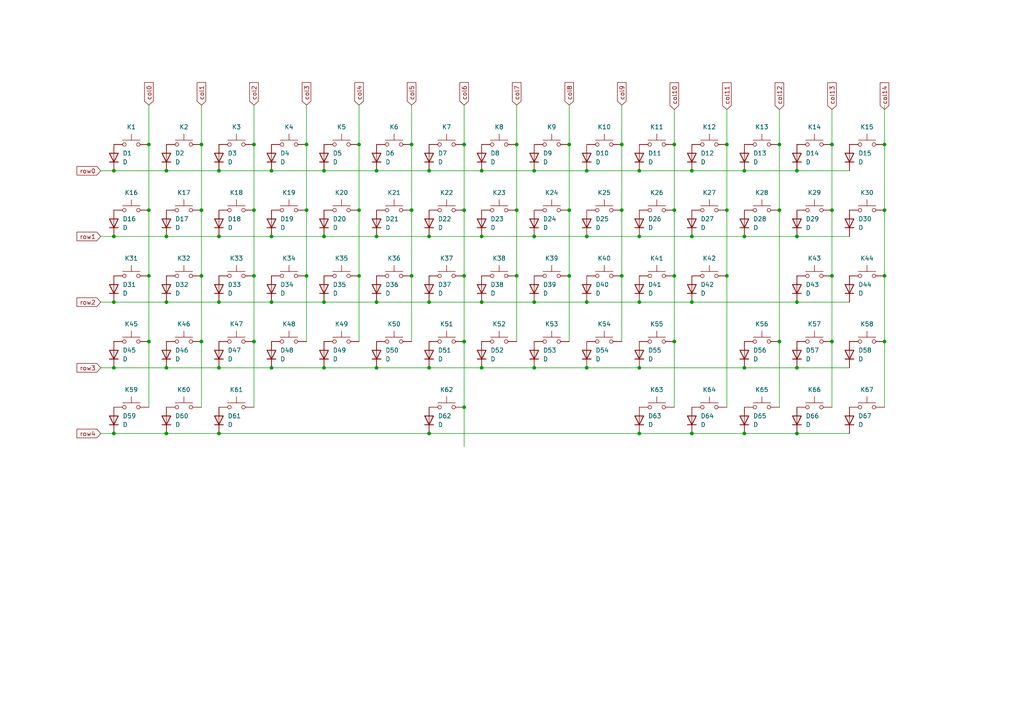
<source format=kicad_sch>
(kicad_sch (version 20250114) (generator "eeschema") (generator_version "9.0")
  (paper "A4")
  (lib_symbols
    (symbol "Device:D" (pin_numbers (hide yes)) (pin_names (offset 1.016) (hide yes))
      (property "Reference" "D" (at 0 2.54 0))
      (property "Value" "D" (at 0 -2.54 0))
      (symbol "D_0_1"
        (polyline (pts (xy -1.27 1.27) (xy -1.27 -1.27)) (stroke (width 0.254)))
        (polyline (pts (xy 1.27 1.27) (xy 1.27 -1.27) (xy -1.27 0) (xy 1.27 1.27)) (stroke (width 0.254)))
        (polyline (pts (xy 1.27 0) (xy -1.27 0)))
      )
      (symbol "D_1_1"
        (pin passive line (at -3.81 0 0) (length 2.54) (name "K") (number "1"))
        (pin passive line (at 3.81 0 180) (length 2.54) (name "A") (number "2"))
      )
    )
    (symbol "Switch:SW_Push" (pin_numbers (hide yes)) (pin_names (offset 1.016) (hide yes))
      (property "Reference" "SW" (at 1.27 2.54 0))
      (property "Value" "SW_Push" (at 0 -1.524 0))
      (symbol "SW_Push_0_1"
        (circle (center -2.032 0) (radius 0.508))
        (polyline (pts (xy 0 1.27) (xy 0 3.048)))
        (circle (center 2.032 0) (radius 0.508))
        (polyline (pts (xy 2.54 1.27) (xy -2.54 1.27)))
        (pin passive line (at -5.08 0 0) (length 2.54) (name "1") (number "1"))
        (pin passive line (at 5.08 0 180) (length 2.54) (name "2") (number "2"))
      )
    )
  )
  (junction (at 180.34 41.91))
  (junction (at 241.3 80.01))
  (junction (at 124.46 87.63))
  (junction (at 231.14 87.63))
  (junction (at 109.22 49.53))
  (junction (at 33.02 125.73))
  (junction (at 124.46 125.73))
  (junction (at 241.3 41.91))
  (junction (at 109.22 87.63))
  (junction (at 109.22 68.58))
  (junction (at 43.18 99.06))
  (junction (at 88.9 80.01))
  (junction (at 43.18 80.01))
  (junction (at 119.38 80.01))
  (junction (at 154.94 49.53))
  (junction (at 165.1 60.96))
  (junction (at 104.14 80.01))
  (junction (at 185.42 106.68))
  (junction (at 226.06 41.91))
  (junction (at 149.86 41.91))
  (junction (at 73.66 99.06))
  (junction (at 139.7 106.68))
  (junction (at 48.26 49.53))
  (junction (at 73.66 80.01))
  (junction (at 185.42 49.53))
  (junction (at 104.14 60.96))
  (junction (at 43.18 60.96))
  (junction (at 63.5 68.58))
  (junction (at 241.3 60.96))
  (junction (at 154.94 106.68))
  (junction (at 165.1 80.01))
  (junction (at 48.26 106.68))
  (junction (at 33.02 49.53))
  (junction (at 195.58 99.06))
  (junction (at 73.66 41.91))
  (junction (at 154.94 68.58))
  (junction (at 78.74 68.58))
  (junction (at 170.18 87.63))
  (junction (at 256.54 60.96))
  (junction (at 73.66 60.96))
  (junction (at 231.14 68.58))
  (junction (at 134.62 80.01))
  (junction (at 195.58 41.91))
  (junction (at 200.66 49.53))
  (junction (at 109.22 106.68))
  (junction (at 58.42 99.06))
  (junction (at 180.34 80.01))
  (junction (at 139.7 68.58))
  (junction (at 256.54 80.01))
  (junction (at 119.38 60.96))
  (junction (at 58.42 60.96))
  (junction (at 124.46 106.68))
  (junction (at 134.62 118.11))
  (junction (at 124.46 68.58))
  (junction (at 170.18 106.68))
  (junction (at 241.3 99.06))
  (junction (at 180.34 60.96))
  (junction (at 139.7 49.53))
  (junction (at 154.94 87.63))
  (junction (at 78.74 49.53))
  (junction (at 200.66 68.58))
  (junction (at 215.9 68.58))
  (junction (at 215.9 49.53))
  (junction (at 215.9 106.68))
  (junction (at 63.5 106.68))
  (junction (at 210.82 41.91))
  (junction (at 33.02 68.58))
  (junction (at 200.66 87.63))
  (junction (at 149.86 80.01))
  (junction (at 200.66 125.73))
  (junction (at 78.74 106.68))
  (junction (at 195.58 80.01))
  (junction (at 58.42 41.91))
  (junction (at 93.98 87.63))
  (junction (at 185.42 125.73))
  (junction (at 88.9 60.96))
  (junction (at 165.1 41.91))
  (junction (at 231.14 125.73))
  (junction (at 48.26 68.58))
  (junction (at 88.9 41.91))
  (junction (at 48.26 125.73))
  (junction (at 48.26 87.63))
  (junction (at 93.98 49.53))
  (junction (at 119.38 41.91))
  (junction (at 210.82 80.01))
  (junction (at 256.54 41.91))
  (junction (at 226.06 99.06))
  (junction (at 58.42 80.01))
  (junction (at 139.7 87.63))
  (junction (at 33.02 87.63))
  (junction (at 124.46 49.53))
  (junction (at 231.14 49.53))
  (junction (at 78.74 87.63))
  (junction (at 43.18 41.91))
  (junction (at 134.62 99.06))
  (junction (at 93.98 106.68))
  (junction (at 63.5 87.63))
  (junction (at 210.82 60.96))
  (junction (at 134.62 41.91))
  (junction (at 226.06 60.96))
  (junction (at 195.58 60.96))
  (junction (at 134.62 60.96))
  (junction (at 256.54 99.06))
  (junction (at 63.5 125.73))
  (junction (at 231.14 106.68))
  (junction (at 215.9 125.73))
  (junction (at 104.14 41.91))
  (junction (at 93.98 68.58))
  (junction (at 149.86 60.96))
  (junction (at 170.18 49.53))
  (junction (at 33.02 106.68))
  (junction (at 63.5 49.53))
  (junction (at 185.42 87.63))
  (junction (at 170.18 68.58))
  (junction (at 185.42 68.58))
  (wire (pts (xy 139.7 68.58) (xy 154.94 68.58)))
  (wire (pts (xy 33.02 125.73) (xy 48.26 125.73)))
  (wire (pts (xy 73.66 80.01) (xy 73.66 99.06)))
  (wire (pts (xy 256.54 60.96) (xy 256.54 80.01)))
  (wire (pts (xy 104.14 41.91) (xy 104.14 60.96)))
  (wire (pts (xy 134.62 99.06) (xy 134.62 118.11)))
  (wire (pts (xy 29.21 87.63) (xy 33.02 87.63)))
  (wire (pts (xy 200.66 49.53) (xy 215.9 49.53)))
  (wire (pts (xy 185.42 49.53) (xy 200.66 49.53)))
  (wire (pts (xy 149.86 80.01) (xy 149.86 99.06)))
  (wire (pts (xy 109.22 68.58) (xy 124.46 68.58)))
  (wire (pts (xy 134.62 80.01) (xy 134.62 99.06)))
  (wire (pts (xy 215.9 125.73) (xy 231.14 125.73)))
  (wire (pts (xy 154.94 49.53) (xy 170.18 49.53)))
  (wire (pts (xy 104.14 30.48) (xy 104.14 41.91)))
  (wire (pts (xy 43.18 41.91) (xy 43.18 60.96)))
  (wire (pts (xy 180.34 60.96) (xy 180.34 80.01)))
  (wire (pts (xy 134.62 41.91) (xy 134.62 60.96)))
  (wire (pts (xy 256.54 80.01) (xy 256.54 99.06)))
  (wire (pts (xy 241.3 31.75) (xy 241.3 41.91)))
  (wire (pts (xy 139.7 49.53) (xy 154.94 49.53)))
  (wire (pts (xy 88.9 80.01) (xy 88.9 99.06)))
  (wire (pts (xy 109.22 106.68) (xy 124.46 106.68)))
  (wire (pts (xy 210.82 80.01) (xy 210.82 118.11)))
  (wire (pts (xy 58.42 41.91) (xy 58.42 60.96)))
  (wire (pts (xy 43.18 99.06) (xy 43.18 118.11)))
  (wire (pts (xy 124.46 125.73) (xy 185.42 125.73)))
  (wire (pts (xy 154.94 106.68) (xy 170.18 106.68)))
  (wire (pts (xy 43.18 80.01) (xy 43.18 99.06)))
  (wire (pts (xy 93.98 87.63) (xy 109.22 87.63)))
  (wire (pts (xy 134.62 118.11) (xy 134.62 129.54)))
  (wire (pts (xy 200.66 87.63) (xy 231.14 87.63)))
  (wire (pts (xy 231.14 49.53) (xy 246.38 49.53)))
  (wire (pts (xy 93.98 49.53) (xy 109.22 49.53)))
  (wire (pts (xy 29.21 68.58) (xy 33.02 68.58)))
  (wire (pts (xy 104.14 60.96) (xy 104.14 80.01)))
  (wire (pts (xy 241.3 80.01) (xy 241.3 99.06)))
  (wire (pts (xy 33.02 68.58) (xy 48.26 68.58)))
  (wire (pts (xy 215.9 106.68) (xy 231.14 106.68)))
  (wire (pts (xy 33.02 87.63) (xy 48.26 87.63)))
  (wire (pts (xy 256.54 30.48) (xy 256.54 41.91)))
  (wire (pts (xy 226.06 99.06) (xy 226.06 118.11)))
  (wire (pts (xy 149.86 60.96) (xy 149.86 80.01)))
  (wire (pts (xy 231.14 68.58) (xy 246.38 68.58)))
  (wire (pts (xy 63.5 87.63) (xy 78.74 87.63)))
  (wire (pts (xy 215.9 49.53) (xy 231.14 49.53)))
  (wire (pts (xy 170.18 49.53) (xy 185.42 49.53)))
  (wire (pts (xy 210.82 31.75) (xy 210.82 41.91)))
  (wire (pts (xy 170.18 87.63) (xy 185.42 87.63)))
  (wire (pts (xy 119.38 80.01) (xy 119.38 99.06)))
  (wire (pts (xy 88.9 41.91) (xy 88.9 60.96)))
  (wire (pts (xy 170.18 68.58) (xy 185.42 68.58)))
  (wire (pts (xy 154.94 68.58) (xy 170.18 68.58)))
  (wire (pts (xy 165.1 41.91) (xy 165.1 60.96)))
  (wire (pts (xy 195.58 41.91) (xy 195.58 60.96)))
  (wire (pts (xy 63.5 106.68) (xy 78.74 106.68)))
  (wire (pts (xy 139.7 87.63) (xy 154.94 87.63)))
  (wire (pts (xy 88.9 30.48) (xy 88.9 41.91)))
  (wire (pts (xy 165.1 60.96) (xy 165.1 80.01)))
  (wire (pts (xy 210.82 60.96) (xy 210.82 80.01)))
  (wire (pts (xy 29.21 49.53) (xy 33.02 49.53)))
  (wire (pts (xy 180.34 80.01) (xy 180.34 99.06)))
  (wire (pts (xy 63.5 68.58) (xy 78.74 68.58)))
  (wire (pts (xy 256.54 99.06) (xy 256.54 118.11)))
  (wire (pts (xy 33.02 49.53) (xy 48.26 49.53)))
  (wire (pts (xy 185.42 106.68) (xy 215.9 106.68)))
  (wire (pts (xy 195.58 60.96) (xy 195.58 80.01)))
  (wire (pts (xy 231.14 87.63) (xy 246.38 87.63)))
  (wire (pts (xy 231.14 106.68) (xy 246.38 106.68)))
  (wire (pts (xy 241.3 99.06) (xy 241.3 118.11)))
  (wire (pts (xy 73.66 60.96) (xy 73.66 80.01)))
  (wire (pts (xy 124.46 87.63) (xy 139.7 87.63)))
  (wire (pts (xy 195.58 99.06) (xy 195.58 118.11)))
  (wire (pts (xy 200.66 125.73) (xy 215.9 125.73)))
  (wire (pts (xy 165.1 80.01) (xy 165.1 99.06)))
  (wire (pts (xy 226.06 31.75) (xy 226.06 41.91)))
  (wire (pts (xy 124.46 49.53) (xy 139.7 49.53)))
  (wire (pts (xy 195.58 31.75) (xy 195.58 41.91)))
  (wire (pts (xy 48.26 125.73) (xy 63.5 125.73)))
  (wire (pts (xy 58.42 60.96) (xy 58.42 80.01)))
  (wire (pts (xy 185.42 125.73) (xy 200.66 125.73)))
  (wire (pts (xy 119.38 60.96) (xy 119.38 80.01)))
  (wire (pts (xy 58.42 99.06) (xy 58.42 118.11)))
  (wire (pts (xy 165.1 30.48) (xy 165.1 41.91)))
  (wire (pts (xy 63.5 49.53) (xy 78.74 49.53)))
  (wire (pts (xy 180.34 41.91) (xy 180.34 60.96)))
  (wire (pts (xy 119.38 41.91) (xy 119.38 60.96)))
  (wire (pts (xy 154.94 87.63) (xy 170.18 87.63)))
  (wire (pts (xy 109.22 87.63) (xy 124.46 87.63)))
  (wire (pts (xy 170.18 106.68) (xy 185.42 106.68)))
  (wire (pts (xy 93.98 68.58) (xy 109.22 68.58)))
  (wire (pts (xy 226.06 41.91) (xy 226.06 60.96)))
  (wire (pts (xy 109.22 49.53) (xy 124.46 49.53)))
  (wire (pts (xy 180.34 30.48) (xy 180.34 41.91)))
  (wire (pts (xy 63.5 125.73) (xy 124.46 125.73)))
  (wire (pts (xy 48.26 87.63) (xy 63.5 87.63)))
  (wire (pts (xy 241.3 41.91) (xy 241.3 60.96)))
  (wire (pts (xy 43.18 30.48) (xy 43.18 41.91)))
  (wire (pts (xy 78.74 87.63) (xy 93.98 87.63)))
  (wire (pts (xy 215.9 68.58) (xy 231.14 68.58)))
  (wire (pts (xy 104.14 80.01) (xy 104.14 99.06)))
  (wire (pts (xy 134.62 60.96) (xy 134.62 80.01)))
  (wire (pts (xy 226.06 60.96) (xy 226.06 99.06)))
  (wire (pts (xy 93.98 106.68) (xy 109.22 106.68)))
  (wire (pts (xy 29.21 106.68) (xy 33.02 106.68)))
  (wire (pts (xy 78.74 106.68) (xy 93.98 106.68)))
  (wire (pts (xy 149.86 30.48) (xy 149.86 41.91)))
  (wire (pts (xy 48.26 106.68) (xy 63.5 106.68)))
  (wire (pts (xy 48.26 49.53) (xy 63.5 49.53)))
  (wire (pts (xy 48.26 68.58) (xy 63.5 68.58)))
  (wire (pts (xy 119.38 30.48) (xy 119.38 41.91)))
  (wire (pts (xy 149.86 41.91) (xy 149.86 60.96)))
  (wire (pts (xy 58.42 80.01) (xy 58.42 99.06)))
  (wire (pts (xy 210.82 41.91) (xy 210.82 60.96)))
  (wire (pts (xy 231.14 125.73) (xy 246.38 125.73)))
  (wire (pts (xy 78.74 49.53) (xy 93.98 49.53)))
  (wire (pts (xy 200.66 68.58) (xy 215.9 68.58)))
  (wire (pts (xy 139.7 106.68) (xy 154.94 106.68)))
  (wire (pts (xy 58.42 30.48) (xy 58.42 41.91)))
  (wire (pts (xy 88.9 60.96) (xy 88.9 80.01)))
  (wire (pts (xy 29.21 125.73) (xy 33.02 125.73)))
  (wire (pts (xy 33.02 106.68) (xy 48.26 106.68)))
  (wire (pts (xy 73.66 41.91) (xy 73.66 60.96)))
  (wire (pts (xy 73.66 99.06) (xy 73.66 118.11)))
  (wire (pts (xy 124.46 68.58) (xy 139.7 68.58)))
  (wire (pts (xy 185.42 87.63) (xy 200.66 87.63)))
  (wire (pts (xy 256.54 41.91) (xy 256.54 60.96)))
  (wire (pts (xy 195.58 80.01) (xy 195.58 99.06)))
  (wire (pts (xy 134.62 30.48) (xy 134.62 41.91)))
  (wire (pts (xy 73.66 30.48) (xy 73.66 41.91)))
  (wire (pts (xy 43.18 60.96) (xy 43.18 80.01)))
  (wire (pts (xy 241.3 60.96) (xy 241.3 80.01)))
  (wire (pts (xy 124.46 106.68) (xy 139.7 106.68)))
  (wire (pts (xy 78.74 68.58) (xy 93.98 68.58)))
  (wire (pts (xy 185.42 68.58) (xy 200.66 68.58)))
  (global_label "col2" (shape input) (at 73.66 30.48 90) (property "Intersheetrefs" "${INTERSHEET_REFS}" (effects (hide yes))))
  (global_label "col5" (shape input) (at 119.38 30.48 90) (property "Intersheetrefs" "${INTERSHEET_REFS}" (effects (hide yes))))
  (global_label "col8" (shape input) (at 165.1 30.48 90) (property "Intersheetrefs" "${INTERSHEET_REFS}" (effects (hide yes))))
  (global_label "col4" (shape input) (at 104.14 30.48 90) (property "Intersheetrefs" "${INTERSHEET_REFS}" (effects (hide yes))))
  (global_label "col10" (shape input) (at 195.58 31.75 90) (property "Intersheetrefs" "${INTERSHEET_REFS}" (effects (hide yes))))
  (global_label "row4" (shape input) (at 29.21 125.73 180) (property "Intersheetrefs" "${INTERSHEET_REFS}" (effects (hide yes))))
  (global_label "col7" (shape input) (at 149.86 30.48 90) (property "Intersheetrefs" "${INTERSHEET_REFS}" (effects (hide yes))))
  (global_label "row3" (shape input) (at 29.21 106.68 180) (property "Intersheetrefs" "${INTERSHEET_REFS}" (effects (hide yes))))
  (global_label "row1" (shape input) (at 29.21 68.58 180) (property "Intersheetrefs" "${INTERSHEET_REFS}" (effects (hide yes))))
  (global_label "col13" (shape input) (at 241.3 31.75 90) (property "Intersheetrefs" "${INTERSHEET_REFS}" (effects (hide yes))))
  (global_label "col9" (shape input) (at 180.34 30.48 90) (property "Intersheetrefs" "${INTERSHEET_REFS}" (effects (hide yes))))
  (global_label "col1" (shape input) (at 58.42 30.48 90) (property "Intersheetrefs" "${INTERSHEET_REFS}" (effects (hide yes))))
  (global_label "col6" (shape input) (at 134.62 30.48 90) (property "Intersheetrefs" "${INTERSHEET_REFS}" (effects (hide yes))))
  (global_label "row2" (shape input) (at 29.21 87.63 180) (property "Intersheetrefs" "${INTERSHEET_REFS}" (effects (hide yes))))
  (global_label "col11" (shape input) (at 210.82 31.75 90) (property "Intersheetrefs" "${INTERSHEET_REFS}" (effects (hide yes))))
  (global_label "row0" (shape input) (at 29.21 49.53 180) (property "Intersheetrefs" "${INTERSHEET_REFS}" (effects (hide yes))))
  (global_label "col3" (shape input) (at 88.9 30.48 90) (property "Intersheetrefs" "${INTERSHEET_REFS}" (effects (hide yes))))
  (global_label "col0" (shape input) (at 43.18 30.48 90) (property "Intersheetrefs" "${INTERSHEET_REFS}" (effects (hide yes))))
  (global_label "col14" (shape input) (at 256.54 31.75 90) (property "Intersheetrefs" "${INTERSHEET_REFS}" (effects (hide yes))))
  (global_label "col12" (shape input) (at 226.06 31.75 90) (property "Intersheetrefs" "${INTERSHEET_REFS}" (effects (hide yes))))
  (symbol (lib_id "Device:D") (at 200.66 45.72 90) (unit 1)
    (property "Reference" "D12" (at 203.2 44.4499 90) (effects (justify right)))
    (property "Value" "D" (at 203.2 46.9899 90) (effects (justify right)))
    (property "Description" "Diode" (effects (hide yes)))
    (property "Sim.Device" "D" (effects (hide yes)))
    (property "Sim.Pins" "1=K 2=A" (effects (hide yes)))
  )
  (symbol (lib_id "Switch:SW_Push") (at 83.82 41.91 0) (unit 1)
    (property "Reference" "K4" (at 83.82 36.83 0))
    (property "Value" "#3" (effects (hide yes)))
    (property "Description" "Push button switch, generic, two pins" (effects (hide yes)))
  )
  (symbol (lib_id "Switch:SW_Push") (at 129.54 99.06 0) (unit 1)
    (property "Reference" "K51" (at 129.54 93.98 0))
    (property "Value" "N" (effects (hide yes)))
    (property "Description" "Push button switch, generic, two pins" (effects (hide yes)))
  )
  (symbol (lib_id "Device:D") (at 48.26 102.87 90) (unit 1)
    (property "Reference" "D46" (at 50.8 101.5999 90) (effects (justify right)))
    (property "Value" "D" (at 50.8 104.1399 90) (effects (justify right)))
    (property "Description" "Diode" (effects (hide yes)))
    (property "Sim.Device" "D" (effects (hide yes)))
    (property "Sim.Pins" "1=K 2=A" (effects (hide yes)))
  )
  (symbol (lib_id "Switch:SW_Push") (at 190.5 80.01 0) (unit 1)
    (property "Reference" "K41" (at 190.5 74.93 0))
    (property "Value" ";:" (effects (hide yes)))
    (property "Description" "Push button switch, generic, two pins" (effects (hide yes)))
  )
  (symbol (lib_id "Switch:SW_Push") (at 236.22 80.01 0) (unit 1)
    (property "Reference" "K43" (at 236.22 74.93 0))
    (property "Value" "ENT" (effects (hide yes)))
    (property "Description" "Push button switch, generic, two pins" (effects (hide yes)))
  )
  (symbol (lib_id "Switch:SW_Push") (at 190.5 41.91 0) (unit 1)
    (property "Reference" "K11" (at 190.5 36.83 0))
    (property "Value" "#0" (effects (hide yes)))
    (property "Description" "Push button switch, generic, two pins" (effects (hide yes)))
  )
  (symbol (lib_id "Device:D") (at 200.66 64.77 90) (unit 1)
    (property "Reference" "D27" (at 203.2 63.4999 90) (effects (justify right)))
    (property "Value" "D" (at 203.2 66.0399 90) (effects (justify right)))
    (property "Description" "Diode" (effects (hide yes)))
    (property "Sim.Device" "D" (effects (hide yes)))
    (property "Sim.Pins" "1=K 2=A" (effects (hide yes)))
  )
  (symbol (lib_id "Device:D") (at 185.42 83.82 90) (unit 1)
    (property "Reference" "D41" (at 187.96 82.5499 90) (effects (justify right)))
    (property "Value" "D" (at 187.96 85.0899 90) (effects (justify right)))
    (property "Description" "Diode" (effects (hide yes)))
    (property "Sim.Device" "D" (effects (hide yes)))
    (property "Sim.Pins" "1=K 2=A" (effects (hide yes)))
  )
  (symbol (lib_id "Switch:SW_Push") (at 251.46 41.91 0) (unit 1)
    (property "Reference" "K15" (at 251.46 36.83 0))
    (property "Value" "PGUP" (effects (hide yes)))
    (property "Description" "Push button switch, generic, two pins" (effects (hide yes)))
  )
  (symbol (lib_id "Switch:SW_Push") (at 38.1 118.11 0) (unit 1)
    (property "Reference" "K59" (at 38.1 113.03 0))
    (property "Value" "CTRL" (effects (hide yes)))
    (property "Description" "Push button switch, generic, two pins" (effects (hide yes)))
  )
  (symbol (lib_id "Switch:SW_Push") (at 205.74 60.96 0) (unit 1)
    (property "Reference" "K27" (at 205.74 55.88 0))
    (property "Value" "[{" (effects (hide yes)))
    (property "Description" "Push button switch, generic, two pins" (effects (hide yes)))
  )
  (symbol (lib_id "Device:D") (at 246.38 64.77 90) (unit 1)
    (property "Reference" "D30" (at 248.92 63.4999 90) (effects (justify right)))
    (property "Value" "D" (at 248.92 66.0399 90) (effects (justify right)))
    (property "Description" "Diode" (effects (hide yes)))
    (property "Sim.Device" "D" (effects (hide yes)))
    (property "Sim.Pins" "1=K 2=A" (effects (hide yes)))
  )
  (symbol (lib_id "Device:D") (at 139.7 102.87 90) (unit 1)
    (property "Reference" "D52" (at 142.24 101.5999 90) (effects (justify right)))
    (property "Value" "D" (at 142.24 104.1399 90) (effects (justify right)))
    (property "Description" "Diode" (effects (hide yes)))
    (property "Sim.Device" "D" (effects (hide yes)))
    (property "Sim.Pins" "1=K 2=A" (effects (hide yes)))
  )
  (symbol (lib_id "Device:D") (at 215.9 102.87 90) (unit 1)
    (property "Reference" "D56" (at 218.44 101.5999 90) (effects (justify right)))
    (property "Value" "D" (at 218.44 104.1399 90) (effects (justify right)))
    (property "Description" "Diode" (effects (hide yes)))
    (property "Sim.Device" "D" (effects (hide yes)))
    (property "Sim.Pins" "1=K 2=A" (effects (hide yes)))
  )
  (symbol (lib_id "Device:D") (at 63.5 45.72 90) (unit 1)
    (property "Reference" "D3" (at 66.04 44.4499 90) (effects (justify right)))
    (property "Value" "D" (at 66.04 46.9899 90) (effects (justify right)))
    (property "Description" "Diode" (effects (hide yes)))
    (property "Sim.Device" "D" (effects (hide yes)))
    (property "Sim.Pins" "1=K 2=A" (effects (hide yes)))
  )
  (symbol (lib_id "Device:D") (at 109.22 102.87 90) (unit 1)
    (property "Reference" "D50" (at 111.76 101.5999 90) (effects (justify right)))
    (property "Value" "D" (at 111.76 104.1399 90) (effects (justify right)))
    (property "Description" "Diode" (effects (hide yes)))
    (property "Sim.Device" "D" (effects (hide yes)))
    (property "Sim.Pins" "1=K 2=A" (effects (hide yes)))
  )
  (symbol (lib_id "Device:D") (at 139.7 45.72 90) (unit 1)
    (property "Reference" "D8" (at 142.24 44.4499 90) (effects (justify right)))
    (property "Value" "D" (at 142.24 46.9899 90) (effects (justify right)))
    (property "Description" "Diode" (effects (hide yes)))
    (property "Sim.Device" "D" (effects (hide yes)))
    (property "Sim.Pins" "1=K 2=A" (effects (hide yes)))
  )
  (symbol (lib_id "Switch:SW_Push") (at 160.02 80.01 0) (unit 1)
    (property "Reference" "K39" (at 160.02 74.93 0))
    (property "Value" "K" (effects (hide yes)))
    (property "Description" "Push button switch, generic, two pins" (effects (hide yes)))
  )
  (symbol (lib_id "Switch:SW_Push") (at 144.78 41.91 0) (unit 1)
    (property "Reference" "K8" (at 144.78 36.83 0))
    (property "Value" "#7" (effects (hide yes)))
    (property "Description" "Push button switch, generic, two pins" (effects (hide yes)))
  )
  (symbol (lib_id "Switch:SW_Push") (at 114.3 60.96 0) (unit 1)
    (property "Reference" "K21" (at 114.3 55.88 0))
    (property "Value" "T" (effects (hide yes)))
    (property "Description" "Push button switch, generic, two pins" (effects (hide yes)))
  )
  (symbol (lib_id "Switch:SW_Push") (at 38.1 41.91 0) (unit 1)
    (property "Reference" "K1" (at 38.1 36.83 0))
    (property "Value" "ESC" (effects (hide yes)))
    (property "Description" "Push button switch, generic, two pins" (effects (hide yes)))
  )
  (symbol (lib_id "Switch:SW_Push") (at 205.74 41.91 0) (unit 1)
    (property "Reference" "K12" (at 205.74 36.83 0))
    (property "Value" "-_" (effects (hide yes)))
    (property "Description" "Push button switch, generic, two pins" (effects (hide yes)))
  )
  (symbol (lib_id "Device:D") (at 48.26 64.77 90) (unit 1)
    (property "Reference" "D17" (at 50.8 63.4999 90) (effects (justify right)))
    (property "Value" "D" (at 50.8 66.0399 90) (effects (justify right)))
    (property "Description" "Diode" (effects (hide yes)))
    (property "Sim.Device" "D" (effects (hide yes)))
    (property "Sim.Pins" "1=K 2=A" (effects (hide yes)))
  )
  (symbol (lib_id "Device:D") (at 109.22 45.72 90) (unit 1)
    (property "Reference" "D6" (at 111.76 44.4499 90) (effects (justify right)))
    (property "Value" "D" (at 111.76 46.9899 90) (effects (justify right)))
    (property "Description" "Diode" (effects (hide yes)))
    (property "Sim.Device" "D" (effects (hide yes)))
    (property "Sim.Pins" "1=K 2=A" (effects (hide yes)))
  )
  (symbol (lib_id "Device:D") (at 246.38 102.87 90) (unit 1)
    (property "Reference" "D58" (at 248.92 101.5999 90) (effects (justify right)))
    (property "Value" "D" (at 248.92 104.1399 90) (effects (justify right)))
    (property "Description" "Diode" (effects (hide yes)))
    (property "Sim.Device" "D" (effects (hide yes)))
    (property "Sim.Pins" "1=K 2=A" (effects (hide yes)))
  )
  (symbol (lib_id "Device:D") (at 93.98 64.77 90) (unit 1)
    (property "Reference" "D20" (at 96.52 63.4999 90) (effects (justify right)))
    (property "Value" "D" (at 96.52 66.0399 90) (effects (justify right)))
    (property "Description" "Diode" (effects (hide yes)))
    (property "Sim.Device" "D" (effects (hide yes)))
    (property "Sim.Pins" "1=K 2=A" (effects (hide yes)))
  )
  (symbol (lib_id "Switch:SW_Push") (at 175.26 41.91 0) (unit 1)
    (property "Reference" "K10" (at 175.26 36.83 0))
    (property "Value" "#9" (effects (hide yes)))
    (property "Description" "Push button switch, generic, two pins" (effects (hide yes)))
  )
  (symbol (lib_id "Device:D") (at 246.38 83.82 90) (unit 1)
    (property "Reference" "D44" (at 248.92 82.5499 90) (effects (justify right)))
    (property "Value" "D" (at 248.92 85.0899 90) (effects (justify right)))
    (property "Description" "Diode" (effects (hide yes)))
    (property "Sim.Device" "D" (effects (hide yes)))
    (property "Sim.Pins" "1=K 2=A" (effects (hide yes)))
  )
  (symbol (lib_id "Device:D") (at 231.14 121.92 90) (unit 1)
    (property "Reference" "D66" (at 233.68 120.6499 90) (effects (justify right)))
    (property "Value" "D" (at 233.68 123.1899 90) (effects (justify right)))
    (property "Description" "Diode" (effects (hide yes)))
    (property "Sim.Device" "D" (effects (hide yes)))
    (property "Sim.Pins" "1=K 2=A" (effects (hide yes)))
  )
  (symbol (lib_id "Device:D") (at 63.5 121.92 90) (unit 1)
    (property "Reference" "D61" (at 66.04 120.6499 90) (effects (justify right)))
    (property "Value" "D" (at 66.04 123.1899 90) (effects (justify right)))
    (property "Description" "Diode" (effects (hide yes)))
    (property "Sim.Device" "D" (effects (hide yes)))
    (property "Sim.Pins" "1=K 2=A" (effects (hide yes)))
  )
  (symbol (lib_id "Switch:SW_Push") (at 160.02 99.06 0) (unit 1)
    (property "Reference" "K53" (at 160.02 93.98 0))
    (property "Value" ",<" (effects (hide yes)))
    (property "Description" "Push button switch, generic, two pins" (effects (hide yes)))
  )
  (symbol (lib_id "Device:D") (at 185.42 121.92 90) (unit 1)
    (property "Reference" "D63" (at 187.96 120.6499 90) (effects (justify right)))
    (property "Value" "D" (at 187.96 123.1899 90) (effects (justify right)))
    (property "Description" "Diode" (effects (hide yes)))
    (property "Sim.Device" "D" (effects (hide yes)))
    (property "Sim.Pins" "1=K 2=A" (effects (hide yes)))
  )
  (symbol (lib_id "Switch:SW_Push") (at 53.34 99.06 0) (unit 1)
    (property "Reference" "K46" (at 53.34 93.98 0))
    (property "Value" "Z" (effects (hide yes)))
    (property "Description" "Push button switch, generic, two pins" (effects (hide yes)))
  )
  (symbol (lib_id "Device:D") (at 124.46 64.77 90) (unit 1)
    (property "Reference" "D22" (at 127 63.4999 90) (effects (justify right)))
    (property "Value" "D" (at 127 66.0399 90) (effects (justify right)))
    (property "Description" "Diode" (effects (hide yes)))
    (property "Sim.Device" "D" (effects (hide yes)))
    (property "Sim.Pins" "1=K 2=A" (effects (hide yes)))
  )
  (symbol (lib_id "Switch:SW_Push") (at 99.06 80.01 0) (unit 1)
    (property "Reference" "K35" (at 99.06 74.93 0))
    (property "Value" "F" (effects (hide yes)))
    (property "Description" "Push button switch, generic, two pins" (effects (hide yes)))
  )
  (symbol (lib_id "Device:D") (at 33.02 64.77 90) (unit 1)
    (property "Reference" "D16" (at 35.56 63.4999 90) (effects (justify right)))
    (property "Value" "D" (at 35.56 66.0399 90) (effects (justify right)))
    (property "Description" "Diode" (effects (hide yes)))
    (property "Sim.Device" "D" (effects (hide yes)))
    (property "Sim.Pins" "1=K 2=A" (effects (hide yes)))
  )
  (symbol (lib_id "Device:D") (at 93.98 83.82 90) (unit 1)
    (property "Reference" "D35" (at 96.52 82.5499 90) (effects (justify right)))
    (property "Value" "D" (at 96.52 85.0899 90) (effects (justify right)))
    (property "Description" "Diode" (effects (hide yes)))
    (property "Sim.Device" "D" (effects (hide yes)))
    (property "Sim.Pins" "1=K 2=A" (effects (hide yes)))
  )
  (symbol (lib_id "Device:D") (at 33.02 83.82 90) (unit 1)
    (property "Reference" "D31" (at 35.56 82.5499 90) (effects (justify right)))
    (property "Value" "D" (at 35.56 85.0899 90) (effects (justify right)))
    (property "Description" "Diode" (effects (hide yes)))
    (property "Sim.Device" "D" (effects (hide yes)))
    (property "Sim.Pins" "1=K 2=A" (effects (hide yes)))
  )
  (symbol (lib_id "Switch:SW_Push") (at 129.54 118.11 0) (unit 1)
    (property "Reference" "K62" (at 129.54 113.03 0))
    (property "Value" "SPC" (effects (hide yes)))
    (property "Description" "Push button switch, generic, two pins" (effects (hide yes)))
  )
  (symbol (lib_id "Switch:SW_Push") (at 220.98 118.11 0) (unit 1)
    (property "Reference" "K65" (at 220.98 113.03 0))
    (property "Value" "LEFT" (effects (hide yes)))
    (property "Description" "Push button switch, generic, two pins" (effects (hide yes)))
  )
  (symbol (lib_id "Device:D") (at 109.22 64.77 90) (unit 1)
    (property "Reference" "D21" (at 111.76 63.4999 90) (effects (justify right)))
    (property "Value" "D" (at 111.76 66.0399 90) (effects (justify right)))
    (property "Description" "Diode" (effects (hide yes)))
    (property "Sim.Device" "D" (effects (hide yes)))
    (property "Sim.Pins" "1=K 2=A" (effects (hide yes)))
  )
  (symbol (lib_id "Device:D") (at 170.18 102.87 90) (unit 1)
    (property "Reference" "D54" (at 172.72 101.5999 90) (effects (justify right)))
    (property "Value" "D" (at 172.72 104.1399 90) (effects (justify right)))
    (property "Description" "Diode" (effects (hide yes)))
    (property "Sim.Device" "D" (effects (hide yes)))
    (property "Sim.Pins" "1=K 2=A" (effects (hide yes)))
  )
  (symbol (lib_id "Switch:SW_Push") (at 160.02 41.91 0) (unit 1)
    (property "Reference" "K9" (at 160.02 36.83 0))
    (property "Value" "#8" (effects (hide yes)))
    (property "Description" "Push button switch, generic, two pins" (effects (hide yes)))
  )
  (symbol (lib_id "Device:D") (at 48.26 121.92 90) (unit 1)
    (property "Reference" "D60" (at 50.8 120.6499 90) (effects (justify right)))
    (property "Value" "D" (at 50.8 123.1899 90) (effects (justify right)))
    (property "Description" "Diode" (effects (hide yes)))
    (property "Sim.Device" "D" (effects (hide yes)))
    (property "Sim.Pins" "1=K 2=A" (effects (hide yes)))
  )
  (symbol (lib_id "Device:D") (at 215.9 121.92 90) (unit 1)
    (property "Reference" "D65" (at 218.44 120.6499 90) (effects (justify right)))
    (property "Value" "D" (at 218.44 123.1899 90) (effects (justify right)))
    (property "Description" "Diode" (effects (hide yes)))
    (property "Sim.Device" "D" (effects (hide yes)))
    (property "Sim.Pins" "1=K 2=A" (effects (hide yes)))
  )
  (symbol (lib_id "Switch:SW_Push") (at 53.34 118.11 0) (unit 1)
    (property "Reference" "K60" (at 53.34 113.03 0))
    (property "Value" "WIN" (effects (hide yes)))
    (property "Description" "Push button switch, generic, two pins" (effects (hide yes)))
  )
  (symbol (lib_id "Switch:SW_Push") (at 114.3 99.06 0) (unit 1)
    (property "Reference" "K50" (at 114.3 93.98 0))
    (property "Value" "B" (effects (hide yes)))
    (property "Description" "Push button switch, generic, two pins" (effects (hide yes)))
  )
  (symbol (lib_id "Switch:SW_Push") (at 99.06 41.91 0) (unit 1)
    (property "Reference" "K5" (at 99.06 36.83 0))
    (property "Value" "#4" (effects (hide yes)))
    (property "Description" "Push button switch, generic, two pins" (effects (hide yes)))
  )
  (symbol (lib_id "Switch:SW_Push") (at 68.58 60.96 0) (unit 1)
    (property "Reference" "K18" (at 68.58 55.88 0))
    (property "Value" "W" (effects (hide yes)))
    (property "Description" "Push button switch, generic, two pins" (effects (hide yes)))
  )
  (symbol (lib_id "Device:D") (at 78.74 64.77 90) (unit 1)
    (property "Reference" "D19" (at 81.28 63.4999 90) (effects (justify right)))
    (property "Value" "D" (at 81.28 66.0399 90) (effects (justify right)))
    (property "Description" "Diode" (effects (hide yes)))
    (property "Sim.Device" "D" (effects (hide yes)))
    (property "Sim.Pins" "1=K 2=A" (effects (hide yes)))
  )
  (symbol (lib_id "Switch:SW_Push") (at 99.06 60.96 0) (unit 1)
    (property "Reference" "K20" (at 99.06 55.88 0))
    (property "Value" "R" (effects (hide yes)))
    (property "Description" "Push button switch, generic, two pins" (effects (hide yes)))
  )
  (symbol (lib_id "Switch:SW_Push") (at 83.82 99.06 0) (unit 1)
    (property "Reference" "K48" (at 83.82 93.98 0))
    (property "Value" "C" (effects (hide yes)))
    (property "Description" "Push button switch, generic, two pins" (effects (hide yes)))
  )
  (symbol (lib_id "Device:D") (at 33.02 102.87 90) (unit 1)
    (property "Reference" "D45" (at 35.56 101.5999 90) (effects (justify right)))
    (property "Value" "D" (at 35.56 104.1399 90) (effects (justify right)))
    (property "Description" "Diode" (effects (hide yes)))
    (property "Sim.Device" "D" (effects (hide yes)))
    (property "Sim.Pins" "1=K 2=A" (effects (hide yes)))
  )
  (symbol (lib_id "Device:D") (at 33.02 45.72 90) (unit 1)
    (property "Reference" "D1" (at 35.56 44.4499 90) (effects (justify right)))
    (property "Value" "D" (at 35.56 46.9899 90) (effects (justify right)))
    (property "Description" "Diode" (effects (hide yes)))
    (property "Sim.Device" "D" (effects (hide yes)))
    (property "Sim.Pins" "1=K 2=A" (effects (hide yes)))
  )
  (symbol (lib_id "Switch:SW_Push") (at 129.54 41.91 0) (unit 1)
    (property "Reference" "K7" (at 129.54 36.83 0))
    (property "Value" "#6" (effects (hide yes)))
    (property "Description" "Push button switch, generic, two pins" (effects (hide yes)))
  )
  (symbol (lib_id "Device:D") (at 170.18 64.77 90) (unit 1)
    (property "Reference" "D25" (at 172.72 63.4999 90) (effects (justify right)))
    (property "Value" "D" (at 172.72 66.0399 90) (effects (justify right)))
    (property "Description" "Diode" (effects (hide yes)))
    (property "Sim.Device" "D" (effects (hide yes)))
    (property "Sim.Pins" "1=K 2=A" (effects (hide yes)))
  )
  (symbol (lib_id "Switch:SW_Push") (at 144.78 80.01 0) (unit 1)
    (property "Reference" "K38" (at 144.78 74.93 0))
    (property "Value" "J" (effects (hide yes)))
    (property "Description" "Push button switch, generic, two pins" (effects (hide yes)))
  )
  (symbol (lib_id "Device:D") (at 231.14 45.72 90) (unit 1)
    (property "Reference" "D14" (at 233.68 44.4499 90) (effects (justify right)))
    (property "Value" "D" (at 233.68 46.9899 90) (effects (justify right)))
    (property "Description" "Diode" (effects (hide yes)))
    (property "Sim.Device" "D" (effects (hide yes)))
    (property "Sim.Pins" "1=K 2=A" (effects (hide yes)))
  )
  (symbol (lib_id "Device:D") (at 200.66 83.82 90) (unit 1)
    (property "Reference" "D42" (at 203.2 82.5499 90) (effects (justify right)))
    (property "Value" "D" (at 203.2 85.0899 90) (effects (justify right)))
    (property "Description" "Diode" (effects (hide yes)))
    (property "Sim.Device" "D" (effects (hide yes)))
    (property "Sim.Pins" "1=K 2=A" (effects (hide yes)))
  )
  (symbol (lib_id "Switch:SW_Push") (at 114.3 80.01 0) (unit 1)
    (property "Reference" "K36" (at 114.3 74.93 0))
    (property "Value" "G" (effects (hide yes)))
    (property "Description" "Push button switch, generic, two pins" (effects (hide yes)))
  )
  (symbol (lib_id "Device:D") (at 185.42 45.72 90) (unit 1)
    (property "Reference" "D11" (at 187.96 44.4499 90) (effects (justify right)))
    (property "Value" "D" (at 187.96 46.9899 90) (effects (justify right)))
    (property "Description" "Diode" (effects (hide yes)))
    (property "Sim.Device" "D" (effects (hide yes)))
    (property "Sim.Pins" "1=K 2=A" (effects (hide yes)))
  )
  (symbol (lib_id "Switch:SW_Push") (at 38.1 99.06 0) (unit 1)
    (property "Reference" "K45" (at 38.1 93.98 0))
    (property "Value" "LSHFT" (effects (hide yes)))
    (property "Description" "Push button switch, generic, two pins" (effects (hide yes)))
  )
  (symbol (lib_id "Switch:SW_Push") (at 236.22 118.11 0) (unit 1)
    (property "Reference" "K66" (at 236.22 113.03 0))
    (property "Value" "DOWN" (effects (hide yes)))
    (property "Description" "Push button switch, generic, two pins" (effects (hide yes)))
  )
  (symbol (lib_id "Switch:SW_Push") (at 220.98 60.96 0) (unit 1)
    (property "Reference" "K28" (at 220.98 55.88 0))
    (property "Value" "]}" (effects (hide yes)))
    (property "Description" "Push button switch, generic, two pins" (effects (hide yes)))
  )
  (symbol (lib_id "Device:D") (at 78.74 45.72 90) (unit 1)
    (property "Reference" "D4" (at 81.28 44.4499 90) (effects (justify right)))
    (property "Value" "D" (at 81.28 46.9899 90) (effects (justify right)))
    (property "Description" "Diode" (effects (hide yes)))
    (property "Sim.Device" "D" (effects (hide yes)))
    (property "Sim.Pins" "1=K 2=A" (effects (hide yes)))
  )
  (symbol (lib_id "Switch:SW_Push") (at 53.34 80.01 0) (unit 1)
    (property "Reference" "K32" (at 53.34 74.93 0))
    (property "Value" "A" (effects (hide yes)))
    (property "Description" "Push button switch, generic, two pins" (effects (hide yes)))
  )
  (symbol (lib_id "Device:D") (at 93.98 102.87 90) (unit 1)
    (property "Reference" "D49" (at 96.52 101.5999 90) (effects (justify right)))
    (property "Value" "D" (at 96.52 104.1399 90) (effects (justify right)))
    (property "Description" "Diode" (effects (hide yes)))
    (property "Sim.Device" "D" (effects (hide yes)))
    (property "Sim.Pins" "1=K 2=A" (effects (hide yes)))
  )
  (symbol (lib_id "Device:D") (at 154.94 83.82 90) (unit 1)
    (property "Reference" "D39" (at 157.48 82.5499 90) (effects (justify right)))
    (property "Value" "D" (at 157.48 85.0899 90) (effects (justify right)))
    (property "Description" "Diode" (effects (hide yes)))
    (property "Sim.Device" "D" (effects (hide yes)))
    (property "Sim.Pins" "1=K 2=A" (effects (hide yes)))
  )
  (symbol (lib_id "Device:D") (at 231.14 83.82 90) (unit 1)
    (property "Reference" "D43" (at 233.68 82.5499 90) (effects (justify right)))
    (property "Value" "D" (at 233.68 85.0899 90) (effects (justify right)))
    (property "Description" "Diode" (effects (hide yes)))
    (property "Sim.Device" "D" (effects (hide yes)))
    (property "Sim.Pins" "1=K 2=A" (effects (hide yes)))
  )
  (symbol (lib_id "Switch:SW_Push") (at 236.22 60.96 0) (unit 1)
    (property "Reference" "K29" (at 236.22 55.88 0))
    (property "Value" "\\|" (effects (hide yes)))
    (property "Description" "Push button switch, generic, two pins" (effects (hide yes)))
  )
  (symbol (lib_id "Switch:SW_Push") (at 53.34 60.96 0) (unit 1)
    (property "Reference" "K17" (at 53.34 55.88 0))
    (property "Value" "Q" (effects (hide yes)))
    (property "Description" "Push button switch, generic, two pins" (effects (hide yes)))
  )
  (symbol (lib_id "Switch:SW_Push") (at 160.02 60.96 0) (unit 1)
    (property "Reference" "K24" (at 160.02 55.88 0))
    (property "Value" "I" (effects (hide yes)))
    (property "Description" "Push button switch, generic, two pins" (effects (hide yes)))
  )
  (symbol (lib_id "Device:D") (at 63.5 83.82 90) (unit 1)
    (property "Reference" "D33" (at 66.04 82.5499 90) (effects (justify right)))
    (property "Value" "D" (at 66.04 85.0899 90) (effects (justify right)))
    (property "Description" "Diode" (effects (hide yes)))
    (property "Sim.Device" "D" (effects (hide yes)))
    (property "Sim.Pins" "1=K 2=A" (effects (hide yes)))
  )
  (symbol (lib_id "Device:D") (at 231.14 102.87 90) (unit 1)
    (property "Reference" "D57" (at 233.68 101.5999 90) (effects (justify right)))
    (property "Value" "D" (at 233.68 104.1399 90) (effects (justify right)))
    (property "Description" "Diode" (effects (hide yes)))
    (property "Sim.Device" "D" (effects (hide yes)))
    (property "Sim.Pins" "1=K 2=A" (effects (hide yes)))
  )
  (symbol (lib_id "Device:D") (at 78.74 102.87 90) (unit 1)
    (property "Reference" "D48" (at 81.28 101.5999 90) (effects (justify right)))
    (property "Value" "D" (at 81.28 104.1399 90) (effects (justify right)))
    (property "Description" "Diode" (effects (hide yes)))
    (property "Sim.Device" "D" (effects (hide yes)))
    (property "Sim.Pins" "1=K 2=A" (effects (hide yes)))
  )
  (symbol (lib_id "Device:D") (at 154.94 45.72 90) (unit 1)
    (property "Reference" "D9" (at 157.48 44.4499 90) (effects (justify right)))
    (property "Value" "D" (at 157.48 46.9899 90) (effects (justify right)))
    (property "Description" "Diode" (effects (hide yes)))
    (property "Sim.Device" "D" (effects (hide yes)))
    (property "Sim.Pins" "1=K 2=A" (effects (hide yes)))
  )
  (symbol (lib_id "Device:D") (at 124.46 121.92 90) (unit 1)
    (property "Reference" "D62" (at 127 120.6499 90) (effects (justify right)))
    (property "Value" "D" (at 127 123.1899 90) (effects (justify right)))
    (property "Description" "Diode" (effects (hide yes)))
    (property "Sim.Device" "D" (effects (hide yes)))
    (property "Sim.Pins" "1=K 2=A" (effects (hide yes)))
  )
  (symbol (lib_id "Switch:SW_Push") (at 68.58 41.91 0) (unit 1)
    (property "Reference" "K3" (at 68.58 36.83 0))
    (property "Value" "#2" (effects (hide yes)))
    (property "Description" "Push button switch, generic, two pins" (effects (hide yes)))
  )
  (symbol (lib_id "Device:D") (at 63.5 102.87 90) (unit 1)
    (property "Reference" "D47" (at 66.04 101.5999 90) (effects (justify right)))
    (property "Value" "D" (at 66.04 104.1399 90) (effects (justify right)))
    (property "Description" "Diode" (effects (hide yes)))
    (property "Sim.Device" "D" (effects (hide yes)))
    (property "Sim.Pins" "1=K 2=A" (effects (hide yes)))
  )
  (symbol (lib_id "Device:D") (at 231.14 64.77 90) (unit 1)
    (property "Reference" "D29" (at 233.68 63.4999 90) (effects (justify right)))
    (property "Value" "D" (at 233.68 66.0399 90) (effects (justify right)))
    (property "Description" "Diode" (effects (hide yes)))
    (property "Sim.Device" "D" (effects (hide yes)))
    (property "Sim.Pins" "1=K 2=A" (effects (hide yes)))
  )
  (symbol (lib_id "Device:D") (at 33.02 121.92 90) (unit 1)
    (property "Reference" "D59" (at 35.56 120.6499 90) (effects (justify right)))
    (property "Value" "D" (at 35.56 123.1899 90) (effects (justify right)))
    (property "Description" "Diode" (effects (hide yes)))
    (property "Sim.Device" "D" (effects (hide yes)))
    (property "Sim.Pins" "1=K 2=A" (effects (hide yes)))
  )
  (symbol (lib_id "Switch:SW_Push") (at 190.5 99.06 0) (unit 1)
    (property "Reference" "K55" (at 190.5 93.98 0))
    (property "Value" "/?" (effects (hide yes)))
    (property "Description" "Push button switch, generic, two pins" (effects (hide yes)))
  )
  (symbol (lib_id "Device:D") (at 215.9 64.77 90) (unit 1)
    (property "Reference" "D28" (at 218.44 63.4999 90) (effects (justify right)))
    (property "Value" "D" (at 218.44 66.0399 90) (effects (justify right)))
    (property "Description" "Diode" (effects (hide yes)))
    (property "Sim.Device" "D" (effects (hide yes)))
    (property "Sim.Pins" "1=K 2=A" (effects (hide yes)))
  )
  (symbol (lib_id "Device:D") (at 246.38 45.72 90) (unit 1)
    (property "Reference" "D15" (at 248.92 44.4499 90) (effects (justify right)))
    (property "Value" "D" (at 248.92 46.9899 90) (effects (justify right)))
    (property "Description" "Diode" (effects (hide yes)))
    (property "Sim.Device" "D" (effects (hide yes)))
    (property "Sim.Pins" "1=K 2=A" (effects (hide yes)))
  )
  (symbol (lib_id "Device:D") (at 48.26 45.72 90) (unit 1)
    (property "Reference" "D2" (at 50.8 44.4499 90) (effects (justify right)))
    (property "Value" "D" (at 50.8 46.9899 90) (effects (justify right)))
    (property "Description" "Diode" (effects (hide yes)))
    (property "Sim.Device" "D" (effects (hide yes)))
    (property "Sim.Pins" "1=K 2=A" (effects (hide yes)))
  )
  (symbol (lib_id "Device:D") (at 109.22 83.82 90) (unit 1)
    (property "Reference" "D36" (at 111.76 82.5499 90) (effects (justify right)))
    (property "Value" "D" (at 111.76 85.0899 90) (effects (justify right)))
    (property "Description" "Diode" (effects (hide yes)))
    (property "Sim.Device" "D" (effects (hide yes)))
    (property "Sim.Pins" "1=K 2=A" (effects (hide yes)))
  )
  (symbol (lib_id "Device:D") (at 154.94 102.87 90) (unit 1)
    (property "Reference" "D53" (at 157.48 101.5999 90) (effects (justify right)))
    (property "Value" "D" (at 157.48 104.1399 90) (effects (justify right)))
    (property "Description" "Diode" (effects (hide yes)))
    (property "Sim.Device" "D" (effects (hide yes)))
    (property "Sim.Pins" "1=K 2=A" (effects (hide yes)))
  )
  (symbol (lib_id "Switch:SW_Push") (at 68.58 80.01 0) (unit 1)
    (property "Reference" "K33" (at 68.58 74.93 0))
    (property "Value" "S" (effects (hide yes)))
    (property "Description" "Push button switch, generic, two pins" (effects (hide yes)))
  )
  (symbol (lib_id "Device:D") (at 215.9 45.72 90) (unit 1)
    (property "Reference" "D13" (at 218.44 44.4499 90) (effects (justify right)))
    (property "Value" "D" (at 218.44 46.9899 90) (effects (justify right)))
    (property "Description" "Diode" (effects (hide yes)))
    (property "Sim.Device" "D" (effects (hide yes)))
    (property "Sim.Pins" "1=K 2=A" (effects (hide yes)))
  )
  (symbol (lib_id "Switch:SW_Push") (at 38.1 60.96 0) (unit 1)
    (property "Reference" "K16" (at 38.1 55.88 0))
    (property "Value" "TAB" (effects (hide yes)))
    (property "Description" "Push button switch, generic, two pins" (effects (hide yes)))
  )
  (symbol (lib_id "Switch:SW_Push") (at 129.54 80.01 0) (unit 1)
    (property "Reference" "K37" (at 129.54 74.93 0))
    (property "Value" "H" (effects (hide yes)))
    (property "Description" "Push button switch, generic, two pins" (effects (hide yes)))
  )
  (symbol (lib_id "Device:D") (at 185.42 102.87 90) (unit 1)
    (property "Reference" "D55" (at 187.96 101.5999 90) (effects (justify right)))
    (property "Value" "D" (at 187.96 104.1399 90) (effects (justify right)))
    (property "Description" "Diode" (effects (hide yes)))
    (property "Sim.Device" "D" (effects (hide yes)))
    (property "Sim.Pins" "1=K 2=A" (effects (hide yes)))
  )
  (symbol (lib_id "Switch:SW_Push") (at 144.78 99.06 0) (unit 1)
    (property "Reference" "K52" (at 144.78 93.98 0))
    (property "Value" "M" (effects (hide yes)))
    (property "Description" "Push button switch, generic, two pins" (effects (hide yes)))
  )
  (symbol (lib_id "Switch:SW_Push") (at 236.22 41.91 0) (unit 1)
    (property "Reference" "K14" (at 236.22 36.83 0))
    (property "Value" "BSPC" (effects (hide yes)))
    (property "Description" "Push button switch, generic, two pins" (effects (hide yes)))
  )
  (symbol (lib_id "Device:D") (at 170.18 83.82 90) (unit 1)
    (property "Reference" "D40" (at 172.72 82.5499 90) (effects (justify right)))
    (property "Value" "D" (at 172.72 85.0899 90) (effects (justify right)))
    (property "Description" "Diode" (effects (hide yes)))
    (property "Sim.Device" "D" (effects (hide yes)))
    (property "Sim.Pins" "1=K 2=A" (effects (hide yes)))
  )
  (symbol (lib_id "Switch:SW_Push") (at 38.1 80.01 0) (unit 1)
    (property "Reference" "K31" (at 38.1 74.93 0))
    (property "Value" "CAPS" (effects (hide yes)))
    (property "Description" "Push button switch, generic, two pins" (effects (hide yes)))
  )
  (symbol (lib_id "Switch:SW_Push") (at 205.74 80.01 0) (unit 1)
    (property "Reference" "K42" (at 205.74 74.93 0))
    (property "Value" "'\"" (effects (hide yes)))
    (property "Description" "Push button switch, generic, two pins" (effects (hide yes)))
  )
  (symbol (lib_id "Switch:SW_Push") (at 220.98 41.91 0) (unit 1)
    (property "Reference" "K13" (at 220.98 36.83 0))
    (property "Value" "=+" (effects (hide yes)))
    (property "Description" "Push button switch, generic, two pins" (effects (hide yes)))
  )
  (symbol (lib_id "Device:D") (at 154.94 64.77 90) (unit 1)
    (property "Reference" "D24" (at 157.48 63.4999 90) (effects (justify right)))
    (property "Value" "D" (at 157.48 66.0399 90) (effects (justify right)))
    (property "Description" "Diode" (effects (hide yes)))
    (property "Sim.Device" "D" (effects (hide yes)))
    (property "Sim.Pins" "1=K 2=A" (effects (hide yes)))
  )
  (symbol (lib_id "Device:D") (at 63.5 64.77 90) (unit 1)
    (property "Reference" "D18" (at 66.04 63.4999 90) (effects (justify right)))
    (property "Value" "D" (at 66.04 66.0399 90) (effects (justify right)))
    (property "Description" "Diode" (effects (hide yes)))
    (property "Sim.Device" "D" (effects (hide yes)))
    (property "Sim.Pins" "1=K 2=A" (effects (hide yes)))
  )
  (symbol (lib_id "Switch:SW_Push") (at 175.26 60.96 0) (unit 1)
    (property "Reference" "K25" (at 175.26 55.88 0))
    (property "Value" "O" (effects (hide yes)))
    (property "Description" "Push button switch, generic, two pins" (effects (hide yes)))
  )
  (symbol (lib_id "Device:D") (at 48.26 83.82 90) (unit 1)
    (property "Reference" "D32" (at 50.8 82.5499 90) (effects (justify right)))
    (property "Value" "D" (at 50.8 85.0899 90) (effects (justify right)))
    (property "Description" "Diode" (effects (hide yes)))
    (property "Sim.Device" "D" (effects (hide yes)))
    (property "Sim.Pins" "1=K 2=A" (effects (hide yes)))
  )
  (symbol (lib_id "Device:D") (at 170.18 45.72 90) (unit 1)
    (property "Reference" "D10" (at 172.72 44.4499 90) (effects (justify right)))
    (property "Value" "D" (at 172.72 46.9899 90) (effects (justify right)))
    (property "Description" "Diode" (effects (hide yes)))
    (property "Sim.Device" "D" (effects (hide yes)))
    (property "Sim.Pins" "1=K 2=A" (effects (hide yes)))
  )
  (symbol (lib_id "Switch:SW_Push") (at 251.46 80.01 0) (unit 1)
    (property "Reference" "K44" (at 251.46 74.93 0))
    (property "Value" "INS" (effects (hide yes)))
    (property "Description" "Push button switch, generic, two pins" (effects (hide yes)))
  )
  (symbol (lib_id "Switch:SW_Push") (at 53.34 41.91 0) (unit 1)
    (property "Reference" "K2" (at 53.34 36.83 0))
    (property "Value" "#1" (effects (hide yes)))
    (property "Description" "Push button switch, generic, two pins" (effects (hide yes)))
  )
  (symbol (lib_id "Device:D") (at 139.7 64.77 90) (unit 1)
    (property "Reference" "D23" (at 142.24 63.4999 90) (effects (justify right)))
    (property "Value" "D" (at 142.24 66.0399 90) (effects (justify right)))
    (property "Description" "Diode" (effects (hide yes)))
    (property "Sim.Device" "D" (effects (hide yes)))
    (property "Sim.Pins" "1=K 2=A" (effects (hide yes)))
  )
  (symbol (lib_id "Switch:SW_Push") (at 190.5 118.11 0) (unit 1)
    (property "Reference" "K63" (at 190.5 113.03 0))
    (property "Value" "RALT" (effects (hide yes)))
    (property "Description" "Push button switch, generic, two pins" (effects (hide yes)))
  )
  (symbol (lib_id "Device:D") (at 124.46 83.82 90) (unit 1)
    (property "Reference" "D37" (at 127 82.5499 90) (effects (justify right)))
    (property "Value" "D" (at 127 85.0899 90) (effects (justify right)))
    (property "Description" "Diode" (effects (hide yes)))
    (property "Sim.Device" "D" (effects (hide yes)))
    (property "Sim.Pins" "1=K 2=A" (effects (hide yes)))
  )
  (symbol (lib_id "Device:D") (at 124.46 102.87 90) (unit 1)
    (property "Reference" "D51" (at 127 101.5999 90) (effects (justify right)))
    (property "Value" "D" (at 127 104.1399 90) (effects (justify right)))
    (property "Description" "Diode" (effects (hide yes)))
    (property "Sim.Device" "D" (effects (hide yes)))
    (property "Sim.Pins" "1=K 2=A" (effects (hide yes)))
  )
  (symbol (lib_id "Device:D") (at 200.66 121.92 90) (unit 1)
    (property "Reference" "D64" (at 203.2 120.6499 90) (effects (justify right)))
    (property "Value" "D" (at 203.2 123.1899 90) (effects (justify right)))
    (property "Description" "Diode" (effects (hide yes)))
    (property "Sim.Device" "D" (effects (hide yes)))
    (property "Sim.Pins" "1=K 2=A" (effects (hide yes)))
  )
  (symbol (lib_id "Switch:SW_Push") (at 68.58 118.11 0) (unit 1)
    (property "Reference" "K61" (at 68.58 113.03 0))
    (property "Value" "LALT" (effects (hide yes)))
    (property "Description" "Push button switch, generic, two pins" (effects (hide yes)))
  )
  (symbol (lib_id "Device:D") (at 78.74 83.82 90) (unit 1)
    (property "Reference" "D34" (at 81.28 82.5499 90) (effects (justify right)))
    (property "Value" "D" (at 81.28 85.0899 90) (effects (justify right)))
    (property "Description" "Diode" (effects (hide yes)))
    (property "Sim.Device" "D" (effects (hide yes)))
    (property "Sim.Pins" "1=K 2=A" (effects (hide yes)))
  )
  (symbol (lib_id "Switch:SW_Push") (at 144.78 60.96 0) (unit 1)
    (property "Reference" "K23" (at 144.78 55.88 0))
    (property "Value" "U" (effects (hide yes)))
    (property "Description" "Push button switch, generic, two pins" (effects (hide yes)))
  )
  (symbol (lib_id "Switch:SW_Push") (at 83.82 60.96 0) (unit 1)
    (property "Reference" "K19" (at 83.82 55.88 0))
    (property "Value" "E" (effects (hide yes)))
    (property "Description" "Push button switch, generic, two pins" (effects (hide yes)))
  )
  (symbol (lib_id "Switch:SW_Push") (at 83.82 80.01 0) (unit 1)
    (property "Reference" "K34" (at 83.82 74.93 0))
    (property "Value" "D" (effects (hide yes)))
    (property "Description" "Push button switch, generic, two pins" (effects (hide yes)))
  )
  (symbol (lib_id "Switch:SW_Push") (at 251.46 118.11 0) (unit 1)
    (property "Reference" "K67" (at 251.46 113.03 0))
    (property "Value" "RGHT" (effects (hide yes)))
    (property "Description" "Push button switch, generic, two pins" (effects (hide yes)))
  )
  (symbol (lib_id "Device:D") (at 124.46 45.72 90) (unit 1)
    (property "Reference" "D7" (at 127 44.4499 90) (effects (justify right)))
    (property "Value" "D" (at 127 46.9899 90) (effects (justify right)))
    (property "Description" "Diode" (effects (hide yes)))
    (property "Sim.Device" "D" (effects (hide yes)))
    (property "Sim.Pins" "1=K 2=A" (effects (hide yes)))
  )
  (symbol (lib_id "Device:D") (at 246.38 121.92 90) (unit 1)
    (property "Reference" "D67" (at 248.92 120.6499 90) (effects (justify right)))
    (property "Value" "D" (at 248.92 123.1899 90) (effects (justify right)))
    (property "Description" "Diode" (effects (hide yes)))
    (property "Sim.Device" "D" (effects (hide yes)))
    (property "Sim.Pins" "1=K 2=A" (effects (hide yes)))
  )
  (symbol (lib_id "Switch:SW_Push") (at 251.46 60.96 0) (unit 1)
    (property "Reference" "K30" (at 251.46 55.88 0))
    (property "Value" "PGDN" (effects (hide yes)))
    (property "Description" "Push button switch, generic, two pins" (effects (hide yes)))
  )
  (symbol (lib_id "Switch:SW_Push") (at 129.54 60.96 0) (unit 1)
    (property "Reference" "K22" (at 129.54 55.88 0))
    (property "Value" "Y" (effects (hide yes)))
    (property "Description" "Push button switch, generic, two pins" (effects (hide yes)))
  )
  (symbol (lib_id "Device:D") (at 185.42 64.77 90) (unit 1)
    (property "Reference" "D26" (at 187.96 63.4999 90) (effects (justify right)))
    (property "Value" "D" (at 187.96 66.0399 90) (effects (justify right)))
    (property "Description" "Diode" (effects (hide yes)))
    (property "Sim.Device" "D" (effects (hide yes)))
    (property "Sim.Pins" "1=K 2=A" (effects (hide yes)))
  )
  (symbol (lib_id "Switch:SW_Push") (at 205.74 118.11 0) (unit 1)
    (property "Reference" "K64" (at 205.74 113.03 0))
    (property "Value" "FN" (effects (hide yes)))
    (property "Description" "Push button switch, generic, two pins" (effects (hide yes)))
  )
  (symbol (lib_id "Device:D") (at 139.7 83.82 90) (unit 1)
    (property "Reference" "D38" (at 142.24 82.5499 90) (effects (justify right)))
    (property "Value" "D" (at 142.24 85.0899 90) (effects (justify right)))
    (property "Description" "Diode" (effects (hide yes)))
    (property "Sim.Device" "D" (effects (hide yes)))
    (property "Sim.Pins" "1=K 2=A" (effects (hide yes)))
  )
  (symbol (lib_id "Switch:SW_Push") (at 99.06 99.06 0) (unit 1)
    (property "Reference" "K49" (at 99.06 93.98 0))
    (property "Value" "V" (effects (hide yes)))
    (property "Description" "Push button switch, generic, two pins" (effects (hide yes)))
  )
  (symbol (lib_id "Switch:SW_Push") (at 251.46 99.06 0) (unit 1)
    (property "Reference" "K58" (at 251.46 93.98 0))
    (property "Value" "DEL" (effects (hide yes)))
    (property "Description" "Push button switch, generic, two pins" (effects (hide yes)))
  )
  (symbol (lib_id "Switch:SW_Push") (at 236.22 99.06 0) (unit 1)
    (property "Reference" "K57" (at 236.22 93.98 0))
    (property "Value" "UP" (effects (hide yes)))
    (property "Description" "Push button switch, generic, two pins" (effects (hide yes)))
  )
  (symbol (lib_id "Switch:SW_Push") (at 220.98 99.06 0) (unit 1)
    (property "Reference" "K56" (at 220.98 93.98 0))
    (property "Value" "RSHFT" (effects (hide yes)))
    (property "Description" "Push button switch, generic, two pins" (effects (hide yes)))
  )
  (symbol (lib_id "Switch:SW_Push") (at 68.58 99.06 0) (unit 1)
    (property "Reference" "K47" (at 68.58 93.98 0))
    (property "Value" "X" (effects (hide yes)))
    (property "Description" "Push button switch, generic, two pins" (effects (hide yes)))
  )
  (symbol (lib_id "Switch:SW_Push") (at 190.5 60.96 0) (unit 1)
    (property "Reference" "K26" (at 190.5 55.88 0))
    (property "Value" "P" (effects (hide yes)))
    (property "Description" "Push button switch, generic, two pins" (effects (hide yes)))
  )
  (symbol (lib_id "Device:D") (at 93.98 45.72 90) (unit 1)
    (property "Reference" "D5" (at 96.52 44.4499 90) (effects (justify right)))
    (property "Value" "D" (at 96.52 46.9899 90) (effects (justify right)))
    (property "Description" "Diode" (effects (hide yes)))
    (property "Sim.Device" "D" (effects (hide yes)))
    (property "Sim.Pins" "1=K 2=A" (effects (hide yes)))
  )
  (symbol (lib_id "Switch:SW_Push") (at 175.26 80.01 0) (unit 1)
    (property "Reference" "K40" (at 175.26 74.93 0))
    (property "Value" "L" (effects (hide yes)))
    (property "Description" "Push button switch, generic, two pins" (effects (hide yes)))
  )
  (symbol (lib_id "Switch:SW_Push") (at 114.3 41.91 0) (unit 1)
    (property "Reference" "K6" (at 114.3 36.83 0))
    (property "Value" "#5" (effects (hide yes)))
    (property "Description" "Push button switch, generic, two pins" (effects (hide yes)))
  )
  (symbol (lib_id "Switch:SW_Push") (at 175.26 99.06 0) (unit 1)
    (property "Reference" "K54" (at 175.26 93.98 0))
    (property "Value" ".>" (effects (hide yes)))
    (property "Description" "Push button switch, generic, two pins" (effects (hide yes)))
  )
)
</source>
